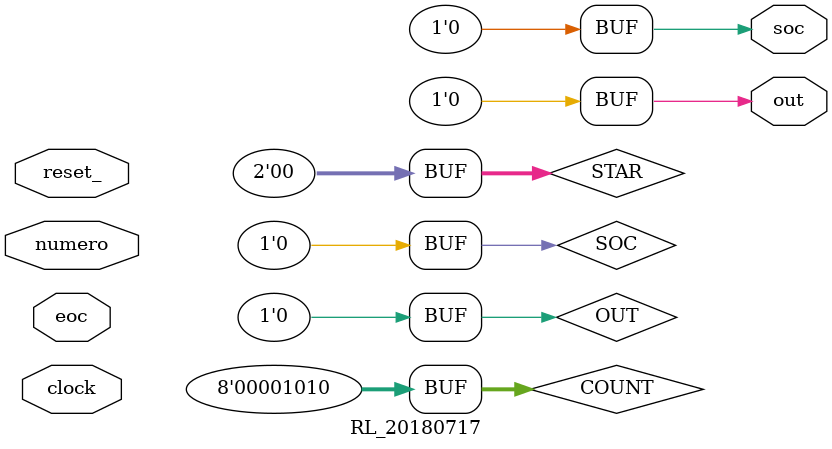
<source format=v>
/**
 * File:    RL-20180717.v
 *
 * Author:  Rambod Rahmani <rambodrahmani@autistici.org>
 *          Created on 14/07/2019.
 */

module RL_20180717(soc, eoc, numero, out, clock, reset_);
    input           clock, reset_;
    output          soc;
    input           eoc;
    input   [7:0]   numero;
    output          out;

    reg         SOC;
    reg         OUT;
    reg  [7:0]  COUNT;
    reg  [7:0]  APP;

    assign soc = SOC;
    assign out = OUT;

    reg  [1:0]  STAR;
    parameter S0 = 0, S1 = 1, S2 = 2, S3 = 3;

    always @(reset_ == 0) #1 begin
                                SOC <= 0;
                                OUT <= 0;
                                COUNT <= 10;
                                STAR <= S0;
                             end

    always @(posedge clock) if (reset_ == 1) #3
        casex(STAR)
            S0: begin
                    COUNT <= COUNT - 1;
                    SOC <= 1;
                    STAR <= (eoc == 1)? S0:S1;
                end
            S1: begin
                    COUNT <= COUNT - 1;
                    SOC <= 0;
                    APP <= numero;
                    STAR <= (eoc == 0)? S1:S2;
                end
            S2: begin
                    COUNT <= (COUNT == 1)? APP:(COUNT - 1);
                    OUT <= (COUNT == 1)? ~OUT : OUT;
                    STAR <= (COUNT == 1)? S0:S2;
                end
        endcase
endmodule


</source>
